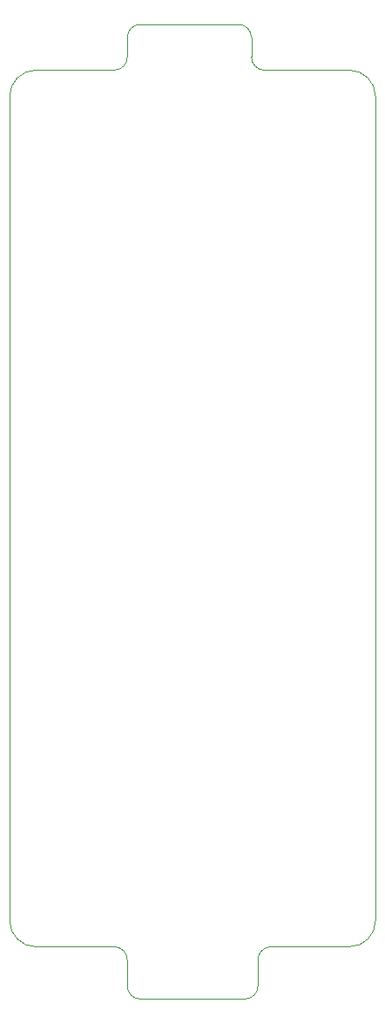
<source format=gbr>
%TF.GenerationSoftware,KiCad,Pcbnew,7.0.7*%
%TF.CreationDate,2023-09-26T18:26:53+08:00*%
%TF.ProjectId,usb3sun,75736233-7375-46e2-9e6b-696361645f70,A3*%
%TF.SameCoordinates,Original*%
%TF.FileFunction,Profile,NP*%
%FSLAX46Y46*%
G04 Gerber Fmt 4.6, Leading zero omitted, Abs format (unit mm)*
G04 Created by KiCad (PCBNEW 7.0.7) date 2023-09-26 18:26:53*
%MOMM*%
%LPD*%
G01*
G04 APERTURE LIST*
%TA.AperFunction,Profile*%
%ADD10C,0.100000*%
%TD*%
G04 APERTURE END LIST*
D10*
X84455000Y-31115000D02*
G75*
G03*
X83185000Y-29845000I-1270000J0D01*
G01*
X63500000Y-34290000D02*
X71120000Y-34290000D01*
X84455000Y-33020000D02*
X84455000Y-31115000D01*
X85090000Y-120650000D02*
X85090000Y-123190000D01*
X63500000Y-34290000D02*
G75*
G03*
X60960000Y-36830000I0J-2540000D01*
G01*
X93980000Y-119380000D02*
X86360000Y-119380000D01*
X72390000Y-120650000D02*
X72390000Y-123190000D01*
X60960000Y-116840000D02*
X60960000Y-36830000D01*
X96520000Y-36830000D02*
G75*
G03*
X93980000Y-34290000I-2540000J0D01*
G01*
X86360000Y-119380000D02*
G75*
G03*
X85090000Y-120650000I0J-1270000D01*
G01*
X83185000Y-29845000D02*
X73660000Y-29845000D01*
X93980000Y-119380000D02*
G75*
G03*
X96520000Y-116840000I0J2540000D01*
G01*
X72390000Y-120650000D02*
G75*
G03*
X71120000Y-119380000I-1270000J0D01*
G01*
X63500000Y-119380000D02*
X71120000Y-119380000D01*
X71120000Y-34290000D02*
G75*
G03*
X72390000Y-33020000I0J1270000D01*
G01*
X84455000Y-33020000D02*
G75*
G03*
X85725000Y-34290000I1270000J0D01*
G01*
X72390000Y-33020000D02*
X72390000Y-31115000D01*
X83820000Y-124460000D02*
G75*
G03*
X85090000Y-123190000I0J1270000D01*
G01*
X96520000Y-36830000D02*
X96520000Y-116840000D01*
X72390000Y-123190000D02*
G75*
G03*
X73660000Y-124460000I1270000J0D01*
G01*
X60960000Y-116840000D02*
G75*
G03*
X63500000Y-119380000I2540000J0D01*
G01*
X73660000Y-29845000D02*
G75*
G03*
X72390000Y-31115000I0J-1270000D01*
G01*
X93980000Y-34290000D02*
X85725000Y-34290000D01*
X73660000Y-124460000D02*
X83820000Y-124460000D01*
M02*

</source>
